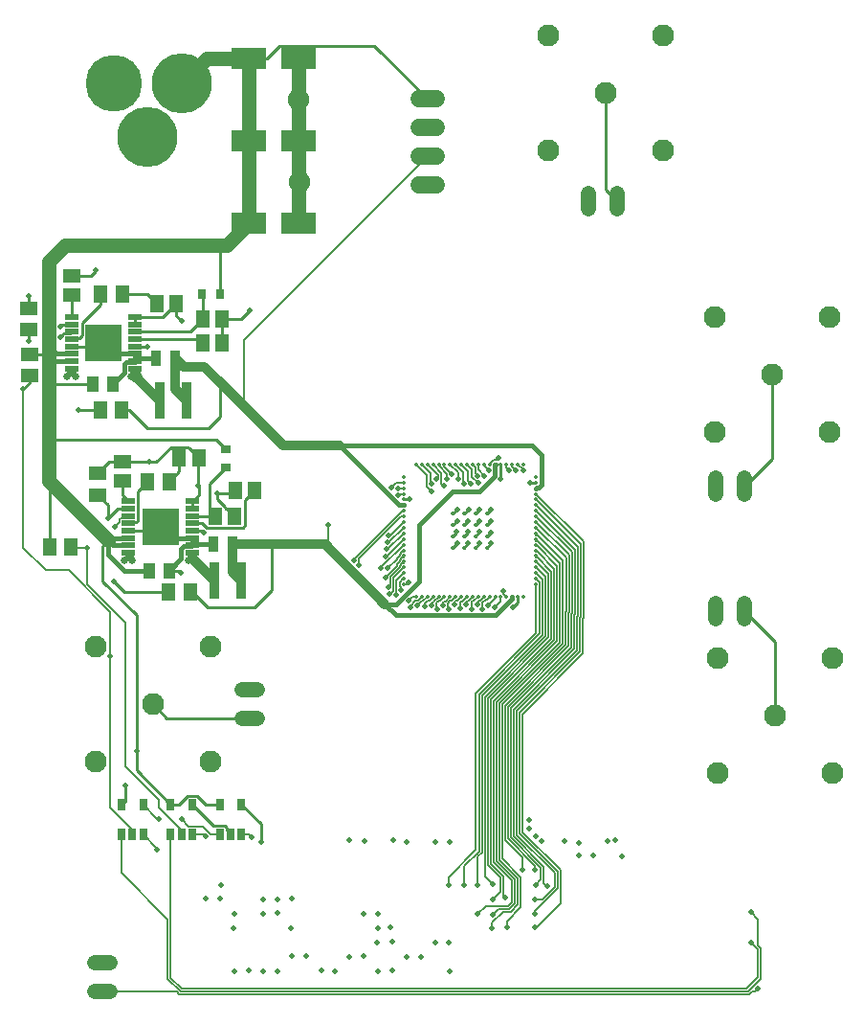
<source format=gbr>
G04 EAGLE Gerber RS-274X export*
G75*
%MOMM*%
%FSLAX34Y34*%
%LPD*%
%INTop Copper*%
%IPPOS*%
%AMOC8*
5,1,8,0,0,1.08239X$1,22.5*%
G01*
%ADD10C,1.943100*%
%ADD11R,1.300000X1.500000*%
%ADD12R,0.970000X1.470000*%
%ADD13R,1.500000X1.300000*%
%ADD14R,0.690000X0.990000*%
%ADD15R,0.800000X0.950000*%
%ADD16R,0.950000X0.800000*%
%ADD17R,1.271900X0.581800*%
%ADD18R,3.300000X3.300000*%
%ADD19C,1.371600*%
%ADD20C,1.524000*%
%ADD21R,0.961800X3.341800*%
%ADD22R,3.150000X1.850000*%
%ADD23C,0.340000*%
%ADD24R,1.037100X1.361800*%
%ADD25C,5.300000*%
%ADD26C,5.000000*%
%ADD27C,1.270000*%
%ADD28C,1.905000*%
%ADD29C,0.254000*%
%ADD30C,0.503200*%
%ADD31C,0.406400*%
%ADD32C,0.152400*%
%ADD33C,0.812800*%
%ADD34C,0.675000*%


D10*
X525000Y822200D03*
X575800Y873000D03*
X474200Y873000D03*
X474200Y771400D03*
X575800Y771400D03*
X672200Y572900D03*
X723000Y623700D03*
X621400Y623700D03*
X621400Y522100D03*
X723000Y522100D03*
X674900Y271200D03*
X725700Y322000D03*
X624100Y322000D03*
X624100Y220400D03*
X725700Y220400D03*
D11*
X128100Y635700D03*
X145100Y635700D03*
X148000Y499100D03*
X165000Y499100D03*
X169000Y622300D03*
X186000Y622300D03*
X179500Y447400D03*
X196500Y447400D03*
D12*
X144200Y587400D03*
X127600Y587400D03*
X194900Y423200D03*
X178300Y423200D03*
D13*
X53000Y643500D03*
X53000Y660500D03*
X97300Y478900D03*
X97300Y495900D03*
D11*
X169100Y601100D03*
X186100Y601100D03*
X214400Y470600D03*
X197400Y470600D03*
D14*
X96900Y166700D03*
X106400Y166700D03*
X115900Y166700D03*
X115900Y192600D03*
X96900Y192600D03*
X140400Y166900D03*
X149900Y166900D03*
X159400Y166900D03*
X159400Y192800D03*
X140400Y192800D03*
X183800Y166900D03*
X193300Y166900D03*
X202800Y166900D03*
X202800Y192800D03*
X183800Y192800D03*
D11*
X97600Y643900D03*
X78600Y643900D03*
X138900Y478300D03*
X119900Y478300D03*
D15*
X168300Y644200D03*
X184300Y644200D03*
D16*
X188800Y491200D03*
X188800Y507200D03*
D11*
X157500Y380500D03*
X138500Y380500D03*
D13*
X75800Y466600D03*
X75800Y485600D03*
X15300Y572100D03*
X15300Y591100D03*
D11*
X52100Y420300D03*
X33100Y420300D03*
D17*
X52583Y623650D03*
X52583Y617150D03*
X52583Y610650D03*
X52583Y604150D03*
X52583Y597650D03*
X52583Y591150D03*
X52583Y584650D03*
X52583Y578150D03*
X109017Y578150D03*
X109017Y584650D03*
X109017Y591150D03*
X109017Y597650D03*
X109017Y604150D03*
X109017Y610650D03*
X109017Y617150D03*
X109017Y623650D03*
D18*
X80800Y600900D03*
D17*
X102883Y460950D03*
X102883Y454450D03*
X102883Y447950D03*
X102883Y441450D03*
X102883Y434950D03*
X102883Y428450D03*
X102883Y421950D03*
X102883Y415450D03*
X159317Y415450D03*
X159317Y421950D03*
X159317Y428450D03*
X159317Y434950D03*
X159317Y441450D03*
X159317Y447950D03*
X159317Y454450D03*
X159317Y460950D03*
D18*
X131100Y438200D03*
D10*
X124400Y281500D03*
X175200Y332300D03*
X73600Y332300D03*
X73600Y230700D03*
X175200Y230700D03*
D19*
X203342Y294400D02*
X217058Y294400D01*
X217058Y269000D02*
X203342Y269000D01*
X622400Y357242D02*
X622400Y370958D01*
X647800Y370958D02*
X647800Y357242D01*
X622700Y467342D02*
X622700Y481058D01*
X648100Y481058D02*
X648100Y467342D01*
X510300Y719042D02*
X510300Y732758D01*
X535700Y732758D02*
X535700Y719042D01*
D20*
X375020Y740500D02*
X359780Y740500D01*
X359780Y765900D02*
X375020Y765900D01*
X375020Y791300D02*
X359780Y791300D01*
X359780Y816700D02*
X375020Y816700D01*
D21*
X130450Y550000D03*
X154150Y550000D03*
X179250Y390800D03*
X202950Y390800D03*
D22*
X209500Y852000D03*
X253500Y852000D03*
X209700Y779300D03*
X253700Y779300D03*
X209800Y706900D03*
X253800Y706900D03*
D23*
X357500Y493500D03*
X362500Y493500D03*
X367500Y493500D03*
X372500Y493500D03*
X377500Y493500D03*
X382500Y493500D03*
X387500Y493500D03*
X392500Y493500D03*
X397500Y493500D03*
X402500Y493500D03*
X407500Y493500D03*
X412500Y493500D03*
X417500Y493500D03*
X422500Y493500D03*
X427500Y493500D03*
X432500Y493500D03*
X437500Y493500D03*
X442500Y493500D03*
X447500Y493500D03*
X452500Y493500D03*
X357500Y376400D03*
X362500Y376400D03*
X367500Y376400D03*
X372500Y376400D03*
X377500Y376400D03*
X382500Y376400D03*
X387500Y376400D03*
X392500Y376400D03*
X397500Y376400D03*
X402500Y376400D03*
X407500Y376400D03*
X412500Y376400D03*
X417500Y376400D03*
X422500Y376400D03*
X427500Y376400D03*
X432500Y376400D03*
X437500Y376400D03*
X442500Y376400D03*
X447500Y376400D03*
X452500Y376400D03*
X346400Y387500D03*
X346400Y392500D03*
X346400Y397500D03*
X346400Y402500D03*
X346400Y407500D03*
X346400Y412500D03*
X346400Y417500D03*
X346400Y422500D03*
X346400Y427500D03*
X346400Y432500D03*
X346400Y437500D03*
X346400Y442500D03*
X346400Y447500D03*
X346400Y452500D03*
X346400Y457500D03*
X346400Y462500D03*
X346400Y467500D03*
X346400Y472500D03*
X346400Y477500D03*
X346400Y482500D03*
X463700Y387500D03*
X463700Y392500D03*
X463700Y397500D03*
X463700Y402500D03*
X463700Y407500D03*
X463700Y412500D03*
X463700Y417500D03*
X463700Y422500D03*
X463700Y427500D03*
X463700Y432500D03*
X463700Y437500D03*
X463700Y442500D03*
X463700Y447500D03*
X463700Y452500D03*
X463700Y457500D03*
X463700Y462500D03*
X463700Y467500D03*
X463700Y472500D03*
X463700Y477500D03*
X463700Y482500D03*
X410000Y440000D03*
X410000Y430000D03*
X400000Y430000D03*
X400000Y440000D03*
X400000Y450000D03*
X410000Y450000D03*
X420000Y450000D03*
X420000Y440000D03*
X420000Y430000D03*
X420000Y420000D03*
X410000Y420000D03*
X400000Y420000D03*
X390000Y420000D03*
X390000Y430000D03*
X390000Y440000D03*
X390000Y450000D03*
D13*
X15000Y612600D03*
X15000Y631600D03*
D11*
X97200Y542000D03*
X78200Y542000D03*
D24*
X71726Y564800D03*
X89474Y564800D03*
X121026Y399500D03*
X138774Y399500D03*
D19*
X86858Y27300D02*
X73142Y27300D01*
X73142Y52700D02*
X86858Y52700D01*
D25*
X150000Y830000D03*
D26*
X90000Y830000D03*
D25*
X120000Y783000D03*
D27*
X253500Y815500D02*
X253500Y852000D01*
X253500Y815500D02*
X253500Y779500D01*
X253700Y779300D01*
X253700Y707000D01*
X253800Y706900D01*
D28*
X253500Y815500D03*
X253900Y743200D03*
D29*
X127850Y434950D02*
X102883Y434950D01*
X127850Y434950D02*
X131100Y438200D01*
X75800Y485600D02*
X86100Y495900D01*
X97300Y495900D01*
X140553Y508886D02*
X155447Y508886D01*
X156786Y507547D01*
X121300Y495900D02*
X97300Y495900D01*
X121300Y495900D02*
X127567Y495900D01*
X140553Y508886D01*
X156786Y507547D02*
X156786Y507314D01*
X165000Y499100D01*
X165000Y466633D02*
X159317Y460950D01*
X159317Y454450D01*
D30*
X121300Y495900D03*
X164900Y474900D03*
D29*
X165000Y474800D02*
X165000Y466633D01*
X165000Y474800D02*
X164900Y474900D01*
X164900Y499000D01*
X165000Y499100D01*
D30*
X181200Y467700D03*
D29*
X188286Y455614D02*
X196500Y447400D01*
X188286Y455614D02*
X188286Y455847D01*
X181200Y462933D02*
X181200Y467700D01*
X181200Y462933D02*
X188286Y455847D01*
X194500Y467700D02*
X197400Y470600D01*
X194500Y467700D02*
X181200Y467700D01*
D31*
X178300Y423200D02*
X164567Y423200D01*
X159317Y428450D01*
X159317Y421950D01*
X149377Y410103D02*
X138774Y399500D01*
X151695Y421407D02*
X158774Y421407D01*
X159317Y421950D01*
X149377Y419089D02*
X149377Y410103D01*
X149377Y419089D02*
X151695Y421407D01*
X159317Y428450D02*
X140850Y428450D01*
X131100Y438200D01*
D29*
X138774Y399500D02*
X147300Y399500D01*
X149000Y397800D01*
X149100Y397800D01*
D30*
X149100Y397800D03*
D31*
X127600Y587400D02*
X111767Y587400D01*
X109017Y584650D01*
X109017Y591150D01*
X90550Y591150D01*
X80800Y600900D01*
X99610Y574936D02*
X89474Y564800D01*
X99610Y574936D02*
X99610Y582322D01*
X101395Y584107D01*
X108474Y584107D01*
X109017Y584650D01*
D29*
X77550Y597650D02*
X52583Y597650D01*
X77550Y597650D02*
X80800Y600900D01*
X69500Y660500D02*
X53000Y660500D01*
X69500Y660500D02*
X73700Y664700D01*
X73600Y664800D01*
D30*
X73600Y664800D03*
D29*
X186100Y622200D02*
X186100Y601100D01*
X186100Y622200D02*
X186000Y622300D01*
X202300Y622300D01*
X210000Y630000D01*
X209950Y630050D01*
D30*
X209950Y630050D03*
D29*
X109017Y623650D02*
X109017Y617150D01*
X136886Y627253D02*
X136886Y627486D01*
X145100Y635700D01*
X133283Y623650D02*
X109017Y623650D01*
X133283Y623650D02*
X136886Y627253D01*
X145100Y624900D02*
X145100Y635700D01*
X145100Y624900D02*
X150000Y620000D01*
X149950Y619950D01*
D30*
X149950Y619950D03*
D32*
X115900Y166700D02*
X128500Y154100D01*
X128500Y152800D01*
X128300Y152800D01*
D30*
X128300Y152800D03*
D32*
X159400Y166900D02*
X169400Y166900D01*
X171200Y165100D02*
X171300Y165100D01*
D30*
X171300Y165100D03*
D32*
X171200Y165100D02*
X169400Y166900D01*
X202800Y166900D02*
X209100Y166900D01*
X211900Y164100D01*
D30*
X211900Y164100D03*
D29*
X458100Y477500D02*
X463700Y477500D01*
D30*
X458100Y477500D03*
D29*
X432500Y480300D02*
X432500Y493500D01*
D30*
X432500Y480300D03*
D29*
X351600Y462500D02*
X346400Y462500D01*
D30*
X351600Y462500D03*
D29*
X447500Y376400D02*
X447500Y371600D01*
X443200Y367300D01*
D30*
X443200Y367300D03*
D29*
X390000Y450000D02*
X393700Y453700D01*
X393700Y453800D01*
D30*
X393700Y453800D03*
D29*
X400000Y450000D02*
X403800Y453800D01*
X403800Y453900D01*
D30*
X403800Y453900D03*
D29*
X410000Y450100D02*
X410000Y450000D01*
X410000Y450100D02*
X413800Y453900D01*
D30*
X413800Y453900D03*
D29*
X420000Y450000D02*
X423700Y453700D01*
X424000Y453700D01*
D30*
X424000Y453700D03*
D29*
X393600Y443600D02*
X390000Y440000D01*
X393600Y443600D02*
X393600Y443700D01*
D30*
X393600Y443700D03*
D29*
X400000Y440000D02*
X403600Y443600D01*
X403600Y443700D01*
D30*
X403600Y443700D03*
D29*
X410000Y440200D02*
X410000Y440000D01*
X410000Y440200D02*
X413600Y443800D01*
D30*
X413600Y443800D03*
D29*
X420000Y440000D02*
X423600Y443600D01*
X423600Y443700D01*
D30*
X423600Y443700D03*
D29*
X393500Y433500D02*
X390000Y430000D01*
X393500Y433500D02*
X393500Y433800D01*
D30*
X393500Y433800D03*
D29*
X400000Y430000D02*
X403600Y433600D01*
X403600Y433700D01*
D30*
X403600Y433700D03*
D29*
X410000Y430000D02*
X413700Y433700D01*
X413800Y433700D01*
D30*
X413800Y433700D03*
D29*
X420000Y430000D02*
X423600Y433600D01*
D30*
X423600Y433600D03*
D29*
X393700Y423700D02*
X390000Y420000D01*
D30*
X393700Y423700D03*
D29*
X400000Y420000D02*
X403700Y423700D01*
D30*
X403700Y423700D03*
D29*
X410000Y420000D02*
X413600Y423600D01*
D30*
X413600Y423600D03*
D29*
X420000Y420000D02*
X423600Y423600D01*
D30*
X423600Y423600D03*
D29*
X15000Y631600D02*
X15000Y642600D01*
D30*
X15000Y642600D03*
D27*
X189800Y686900D02*
X209800Y706900D01*
X189800Y686900D02*
X46900Y686900D01*
X32500Y672500D02*
X32500Y597500D01*
X32500Y587500D01*
X32500Y672500D02*
X46900Y686900D01*
D31*
X52583Y591150D02*
X38850Y591150D01*
X32500Y597500D01*
X35350Y584650D02*
X52583Y584650D01*
X35350Y584650D02*
X32500Y587500D01*
X32400Y587600D01*
D27*
X32400Y478600D02*
X84800Y426200D01*
X32400Y570000D02*
X32400Y587600D01*
X32400Y570000D02*
X32400Y515300D01*
X32400Y478600D01*
D31*
X89050Y421950D02*
X102883Y421950D01*
X89050Y421950D02*
X84800Y426200D01*
X87050Y428450D02*
X102883Y428450D01*
X87050Y428450D02*
X84800Y426200D01*
X99400Y399500D02*
X121026Y399500D01*
X84800Y414100D02*
X84800Y426200D01*
X84800Y414100D02*
X99400Y399500D01*
D27*
X150000Y830000D02*
X172000Y852000D01*
X209500Y852000D01*
X209500Y779500D01*
X209700Y779300D01*
X209800Y779200D01*
X209800Y706900D01*
D29*
X209500Y852000D02*
X225267Y852000D01*
X236803Y863536D01*
X320564Y863536D01*
X367400Y816700D01*
X33100Y477900D02*
X33100Y420300D01*
X33100Y477900D02*
X32400Y478600D01*
X180700Y515300D02*
X188800Y507200D01*
X180700Y515300D02*
X32400Y515300D01*
X37600Y564800D02*
X71726Y564800D01*
X37600Y564800D02*
X32400Y570000D01*
X28900Y591100D02*
X15300Y591100D01*
X28900Y591100D02*
X32500Y587500D01*
X184300Y644200D02*
X184300Y681400D01*
X189800Y686900D01*
X84800Y426200D02*
X80000Y421400D01*
X80000Y390000D01*
X110000Y360000D01*
X110000Y223200D02*
X140400Y192800D01*
X110000Y240000D02*
X110000Y360000D01*
X110000Y240000D02*
X110000Y223200D01*
X155003Y200036D02*
X163797Y200036D01*
X147767Y192800D02*
X140400Y192800D01*
X171033Y192800D02*
X183800Y192800D01*
X155003Y200036D02*
X147767Y192800D01*
X163797Y200036D02*
X171033Y192800D01*
D30*
X110000Y240000D03*
X100000Y210000D03*
D29*
X100000Y195700D01*
X96900Y192600D01*
D32*
X657300Y27300D02*
X660000Y30000D01*
X145516Y27300D02*
X80000Y27300D01*
X145516Y27300D02*
X147896Y24920D01*
X654484Y27300D02*
X657300Y27300D01*
X652104Y24920D02*
X147896Y24920D01*
X652104Y24920D02*
X654484Y27300D01*
D30*
X660000Y30000D03*
D32*
X437500Y376400D02*
X434693Y379207D01*
X434693Y381606D01*
D30*
X434693Y381606D03*
X387100Y45300D03*
D32*
X408800Y372700D02*
X412500Y376400D01*
X408800Y372700D02*
X407400Y372700D01*
X406613Y371913D01*
X406613Y365887D01*
D30*
X406613Y365887D03*
X336400Y46000D03*
D32*
X404100Y373000D02*
X407500Y376400D01*
X404100Y373000D02*
X404019Y373000D01*
X403941Y372922D01*
X403200Y372922D01*
X401863Y371585D01*
X401863Y369690D01*
D30*
X401863Y369690D03*
X323700Y45800D03*
D32*
X352200Y366818D02*
X352200Y368200D01*
X359000Y372900D02*
X362500Y376400D01*
X359000Y372900D02*
X356900Y372900D01*
X352200Y368200D01*
D30*
X352200Y366818D03*
X285500Y45600D03*
D32*
X354269Y376400D02*
X357500Y376400D01*
X354269Y376400D02*
X350734Y372866D01*
D30*
X350734Y372866D03*
X273500Y45900D03*
D32*
X331336Y412436D02*
X346400Y427500D01*
X331336Y412436D02*
X330264Y412436D01*
D30*
X330264Y412436D03*
X234600Y45600D03*
D32*
X332384Y418484D02*
X346400Y432500D01*
X332384Y418484D02*
X331312Y418484D01*
D30*
X331312Y418484D03*
X222150Y45850D03*
D32*
X421200Y375100D02*
X422500Y376400D01*
X421200Y375100D02*
X420978Y375100D01*
X420978Y374959D01*
X418941Y372922D01*
X417614Y372922D01*
X416290Y371598D01*
X416290Y365564D01*
D30*
X416290Y365564D03*
X361900Y57900D03*
D32*
X414000Y372900D02*
X417500Y376400D01*
X414000Y372900D02*
X413600Y372900D01*
X411613Y370913D01*
X411613Y369440D01*
D30*
X411613Y369440D03*
X348800Y58400D03*
D32*
X369100Y373000D02*
X372500Y376400D01*
X369100Y373000D02*
X369019Y373000D01*
X368941Y372922D01*
X367614Y372922D01*
X364848Y370156D02*
X364848Y368406D01*
D30*
X364848Y368406D03*
D32*
X364848Y370156D02*
X367614Y372922D01*
D30*
X310900Y58700D03*
D32*
X363800Y372700D02*
X367500Y376400D01*
X363800Y372700D02*
X362700Y372700D01*
X358800Y368800D01*
X358800Y368500D01*
D30*
X358800Y368500D03*
X298200Y58100D03*
X332372Y401728D03*
D32*
X346400Y415978D02*
X346400Y417500D01*
X346400Y415978D02*
X344959Y415978D01*
X342922Y413941D01*
X342922Y412533D01*
X340382Y409993D01*
X340382Y409739D01*
X332372Y401728D01*
D30*
X259900Y59200D03*
D32*
X326324Y402424D02*
X346400Y422500D01*
X326324Y402424D02*
X326324Y401753D01*
D30*
X326324Y401753D03*
X247400Y58600D03*
D32*
X333432Y424532D02*
X346400Y437500D01*
X333432Y424532D02*
X332360Y424532D01*
D30*
X332360Y424532D03*
X209000Y46600D03*
D32*
X334480Y430580D02*
X346400Y442500D01*
X334480Y430580D02*
X333408Y430580D01*
D30*
X333408Y430580D03*
X196550Y45250D03*
D32*
X498000Y418200D02*
X463700Y452500D01*
X498000Y361900D02*
X497780Y361680D01*
X497780Y360996D01*
X497720Y360936D01*
X497720Y360844D01*
X497658Y360782D01*
X497658Y330660D01*
X443800Y276802D01*
X443800Y164892D01*
D30*
X473600Y120400D03*
D32*
X498000Y361900D02*
X498000Y418200D01*
X443800Y164892D02*
X470540Y138152D01*
X470540Y123460D01*
X473600Y120400D01*
X495300Y415900D02*
X463700Y447500D01*
X495300Y365300D02*
X495240Y365240D01*
X495240Y362048D01*
X495180Y361988D01*
X495180Y361896D01*
X495118Y361834D01*
X495118Y331913D01*
X441260Y278055D02*
X441260Y163840D01*
X468000Y126700D02*
X463200Y121900D01*
X463000Y121900D01*
D30*
X463000Y121900D03*
D32*
X495300Y365300D02*
X495300Y415900D01*
X495118Y331913D02*
X441260Y278055D01*
X441260Y163840D02*
X468000Y137100D01*
X468000Y126700D01*
X463700Y410978D02*
X463700Y412500D01*
X463700Y410978D02*
X465141Y410978D01*
X477338Y398781D01*
D30*
X435900Y110600D03*
D32*
X434600Y129300D02*
X423480Y140420D01*
X423480Y285619D02*
X477338Y339477D01*
X477338Y398781D01*
X434600Y111900D02*
X435900Y110600D01*
X434600Y111900D02*
X434600Y129300D01*
X423480Y140420D02*
X423480Y285619D01*
X425200Y109200D02*
X425300Y109200D01*
D30*
X425200Y109200D03*
D32*
X425300Y109200D02*
X431800Y115700D01*
X431800Y128200D01*
X420940Y139060D01*
X420940Y286672D01*
X474798Y340530D01*
X474798Y396402D02*
X463700Y407500D01*
X474798Y396402D02*
X474798Y340530D01*
X399700Y138308D02*
X399700Y121700D01*
X399700Y138308D02*
X413040Y151648D01*
X463700Y392419D02*
X463700Y392500D01*
X463700Y392419D02*
X467178Y388941D01*
X467178Y343959D01*
X413040Y289821D01*
X413040Y151648D01*
D30*
X399700Y121700D03*
D32*
X463700Y344200D02*
X463700Y387500D01*
X463700Y344200D02*
X410300Y290800D01*
X410300Y152700D01*
D30*
X386400Y121800D03*
D32*
X386400Y128800D02*
X410300Y152700D01*
X386400Y128800D02*
X386400Y121800D01*
X348799Y387500D02*
X346400Y387500D01*
X348799Y387500D02*
X350650Y389350D01*
D30*
X350650Y389350D03*
X247600Y109400D03*
D32*
X344399Y390499D02*
X346400Y392500D01*
D30*
X344399Y382268D03*
D32*
X344399Y390418D02*
X344399Y390499D01*
X344399Y390418D02*
X342922Y388941D01*
X342922Y386059D01*
X344399Y384582D01*
X344399Y382268D01*
D30*
X235050Y109250D03*
D32*
X346082Y472182D02*
X346400Y472500D01*
X346082Y472182D02*
X341400Y472182D01*
D30*
X341400Y472182D03*
X185000Y121800D03*
D32*
X390900Y374800D02*
X392500Y376400D01*
X390900Y374800D02*
X390819Y374800D01*
X388941Y372922D01*
X387614Y372922D01*
X385543Y370851D01*
X385543Y366229D02*
X386209Y365564D01*
D30*
X386209Y365564D03*
D32*
X385543Y366229D02*
X385543Y370851D01*
D30*
X334600Y84300D03*
D32*
X383500Y372400D02*
X387500Y376400D01*
X383500Y372400D02*
X382400Y372400D01*
X381249Y371249D01*
X381249Y369158D01*
D30*
X381249Y369158D03*
X323600Y83800D03*
D32*
X492700Y413500D02*
X463700Y442500D01*
X492700Y363100D02*
X492640Y363040D01*
X492640Y362948D01*
X492578Y362886D01*
X492578Y332965D01*
X438720Y279107D01*
X462800Y138700D02*
X462800Y134900D01*
D30*
X462800Y134900D03*
D32*
X492700Y363100D02*
X492700Y413500D01*
X438720Y279107D02*
X438720Y162780D01*
X462800Y138700D01*
X490100Y411100D02*
X463700Y437500D01*
X490100Y364000D02*
X490038Y363938D01*
X490038Y334017D01*
X436180Y280159D01*
D30*
X451200Y135100D03*
D32*
X490100Y364000D02*
X490100Y411100D01*
X436180Y280159D02*
X436180Y161589D01*
X451200Y146569D02*
X451200Y135100D01*
X451200Y146569D02*
X436180Y161589D01*
X463700Y402419D02*
X463700Y402500D01*
X463700Y402419D02*
X472258Y393861D01*
X472258Y341682D01*
X418400Y129100D02*
X425300Y122200D01*
X418400Y129100D02*
X418400Y287824D01*
X472258Y341682D01*
D30*
X425300Y122200D03*
D32*
X412142Y146958D02*
X415780Y150596D01*
X463700Y397419D02*
X463700Y397500D01*
X463700Y397419D02*
X469718Y391401D01*
X469718Y342907D02*
X415780Y288969D01*
X415780Y150596D01*
X469718Y342907D02*
X469718Y391401D01*
X412142Y146958D02*
X412150Y146950D01*
X412150Y121650D01*
D30*
X412150Y121650D03*
D32*
X503300Y422900D02*
X463700Y462500D01*
X503300Y361000D02*
X503240Y360940D01*
X503240Y359248D01*
X502800Y358808D01*
X502800Y358739D01*
X502738Y358677D01*
X502738Y327956D01*
X448880Y274098D01*
X448880Y166996D02*
X482540Y133336D01*
X482540Y118948D01*
X462700Y99108D02*
X462700Y96300D01*
X462600Y96300D01*
D30*
X462600Y96300D03*
D32*
X503300Y361000D02*
X503300Y422900D01*
X448880Y274098D02*
X448880Y166996D01*
X482540Y118948D02*
X462700Y99108D01*
X500700Y420500D02*
X463700Y457500D01*
X500700Y360300D02*
X500260Y359860D01*
X500260Y359792D01*
X500198Y359730D01*
X500198Y329308D01*
X446340Y275450D01*
X446340Y165944D02*
X480000Y132284D01*
X480000Y120000D01*
X469200Y109200D01*
X463000Y109200D01*
X462900Y109300D01*
D30*
X462900Y109300D03*
D32*
X500700Y360300D02*
X500700Y420500D01*
X446340Y275450D02*
X446340Y165944D01*
X463700Y420978D02*
X463700Y422500D01*
X463700Y420978D02*
X465141Y420978D01*
X440100Y100700D02*
X430200Y100700D01*
X425300Y95800D01*
D30*
X425300Y95800D03*
D32*
X440100Y100700D02*
X444900Y105500D01*
X444900Y126592D02*
X428560Y142932D01*
X428560Y283415D01*
X482418Y337273D01*
X482418Y403701D02*
X465141Y420978D01*
X482418Y403701D02*
X482418Y337273D01*
X444900Y126592D02*
X444900Y105500D01*
X463700Y415978D02*
X463700Y417500D01*
X463700Y415978D02*
X465141Y415978D01*
X479878Y401241D01*
X438773Y103300D02*
X419200Y103300D01*
X412100Y96200D01*
D30*
X412100Y96200D03*
D32*
X438773Y103300D02*
X442294Y106821D01*
X442294Y125606D01*
X426020Y141880D01*
X426020Y284567D02*
X479878Y338425D01*
X479878Y401241D01*
X426020Y284567D02*
X426020Y141880D01*
X506000Y425200D02*
X463700Y467500D01*
X506000Y360100D02*
X505780Y359880D01*
X505780Y358196D01*
X505340Y357756D01*
X505340Y357687D01*
X505278Y357625D01*
X505278Y326504D01*
X451420Y272646D01*
X485200Y105800D02*
X463200Y83800D01*
X462900Y84100D01*
D30*
X462900Y84100D03*
D32*
X506000Y360100D02*
X506000Y425200D01*
X451420Y272646D02*
X451420Y168580D01*
X485200Y134800D01*
X485200Y105800D01*
X463700Y430978D02*
X463700Y432500D01*
X463700Y430978D02*
X465141Y430978D01*
X487498Y408621D01*
X437650Y89750D02*
X437650Y84150D01*
X437650Y89750D02*
X450104Y102204D01*
D30*
X437650Y84150D03*
D32*
X450104Y128196D02*
X449980Y128320D01*
X449980Y128696D01*
X433640Y145036D01*
X433640Y281311D02*
X487498Y335169D01*
X487498Y408621D01*
X450104Y128196D02*
X450104Y102204D01*
X433640Y145036D02*
X433640Y281311D01*
X463700Y425978D02*
X463700Y427500D01*
X463700Y425978D02*
X465141Y425978D01*
X484958Y406161D01*
X424700Y88500D02*
X424700Y83300D01*
X424700Y88500D02*
X434360Y98160D01*
D30*
X424700Y83300D03*
D32*
X434360Y98160D02*
X441152Y98160D01*
X447440Y104448D01*
X447440Y127644D02*
X431100Y143984D01*
X431100Y282363D02*
X484958Y336221D01*
X484958Y406161D01*
X447440Y127644D02*
X447440Y104448D01*
X431100Y143984D02*
X431100Y282363D01*
X442500Y491820D02*
X442500Y493500D01*
X442500Y491820D02*
X446052Y488268D01*
D30*
X446052Y488268D03*
X533900Y161100D03*
D32*
X437500Y490400D02*
X437500Y493500D01*
X437500Y490400D02*
X439800Y488100D01*
D30*
X439800Y488100D03*
X526600Y161000D03*
D32*
X412500Y488899D02*
X412500Y493500D01*
X412500Y488899D02*
X417999Y483399D01*
D30*
X417999Y483399D03*
X501400Y158800D03*
D32*
X409960Y491040D02*
X407500Y493500D01*
X409960Y485366D02*
X411951Y483375D01*
D30*
X411951Y483375D03*
X488900Y160500D03*
D32*
X409960Y485366D02*
X409960Y491040D01*
X406900Y489100D02*
X402500Y493500D01*
X406900Y482353D02*
X412327Y476927D01*
D30*
X412327Y476927D03*
X468400Y160900D03*
D32*
X406900Y482353D02*
X406900Y489100D01*
X403700Y487300D02*
X397500Y493500D01*
X403700Y479200D02*
X406200Y476700D01*
D30*
X406200Y476700D03*
X463100Y165100D03*
D32*
X403700Y479200D02*
X403700Y487300D01*
X399100Y486900D02*
X392500Y493500D01*
X399100Y477727D02*
X400152Y476675D01*
D30*
X400152Y476675D03*
X457800Y171700D03*
D32*
X399100Y477727D02*
X399100Y486900D01*
X394806Y486194D02*
X387500Y493500D01*
X394806Y486194D02*
X394806Y480500D01*
D30*
X394806Y480500D03*
X457500Y179200D03*
D32*
X382500Y491700D02*
X382500Y493500D01*
X382500Y491700D02*
X389300Y484900D01*
D30*
X389300Y484900D03*
X387550Y159750D03*
D32*
X377500Y492300D02*
X377500Y493500D01*
X384912Y484888D02*
X384912Y480735D01*
D30*
X384912Y480735D03*
D32*
X384912Y484888D02*
X377500Y492300D01*
D30*
X374500Y159800D03*
D32*
X452100Y488900D02*
X447500Y493500D01*
X452100Y488900D02*
X452100Y488268D01*
D30*
X452100Y488268D03*
X539400Y147200D03*
D32*
X422500Y493500D02*
X423438Y494438D01*
X423438Y494826D01*
X425922Y497310D01*
X429900Y498900D02*
X430200Y498900D01*
D30*
X430200Y498900D03*
X513800Y147600D03*
D32*
X428310Y497310D02*
X425922Y497310D01*
X428310Y497310D02*
X429900Y498900D01*
X417500Y493500D02*
X417500Y492452D01*
X421684Y488268D01*
D30*
X421684Y488268D03*
X501250Y147550D03*
D32*
X380000Y486000D02*
X372500Y493500D01*
X380000Y476794D02*
X382297Y474497D01*
D30*
X382297Y474497D03*
D32*
X380000Y476794D02*
X380000Y486000D01*
D30*
X349000Y160100D03*
D32*
X376900Y484100D02*
X367500Y493500D01*
X376900Y482094D02*
X375706Y480900D01*
D30*
X375706Y480900D03*
D32*
X376900Y482094D02*
X376900Y484100D01*
D30*
X337450Y161450D03*
D32*
X370000Y486000D02*
X362500Y493500D01*
X370000Y477412D02*
X371412Y476000D01*
D30*
X371412Y476000D03*
D32*
X370000Y477412D02*
X370000Y486000D01*
D30*
X311750Y160650D03*
D32*
X366800Y484200D02*
X357500Y493500D01*
X366800Y473935D02*
X370783Y469952D01*
D30*
X370783Y469952D03*
D32*
X366800Y473935D02*
X366800Y484200D01*
D30*
X298400Y161500D03*
D29*
X220000Y175600D02*
X202800Y192800D01*
X220000Y175600D02*
X220000Y160000D01*
D30*
X220000Y160000D03*
X332806Y384748D03*
D32*
X346400Y405978D02*
X346400Y407500D01*
X346400Y405978D02*
X344959Y405978D01*
X342922Y403941D01*
X342922Y402614D01*
X334560Y394252D01*
X334560Y386502D02*
X332806Y384748D01*
X334560Y386502D02*
X334560Y394252D01*
D30*
X221800Y109200D03*
X330266Y393300D03*
D32*
X346400Y410978D02*
X346400Y412500D01*
X346400Y410978D02*
X344959Y410978D01*
X342922Y408941D01*
X342922Y407533D01*
X340382Y404993D01*
X340382Y403666D01*
X332020Y395304D01*
X332020Y395054D01*
X330266Y393300D01*
D30*
X221900Y96500D03*
D32*
X343100Y467500D02*
X346400Y467500D01*
X343100Y467500D02*
X341734Y466134D01*
D30*
X341734Y466134D03*
X184000Y109500D03*
D32*
X339652Y477500D02*
X346400Y477500D01*
X339652Y477500D02*
X335352Y473200D01*
D30*
X335352Y473200D03*
X171000Y109500D03*
D32*
X379700Y373600D02*
X382500Y376400D01*
X379700Y373600D02*
X379619Y373600D01*
X378941Y372922D01*
X377614Y372922D01*
X375700Y371008D01*
X375700Y366154D02*
X376290Y365564D01*
D30*
X376290Y365564D03*
D32*
X375700Y366154D02*
X375700Y371008D01*
D30*
X323600Y96300D03*
D32*
X373100Y372000D02*
X377500Y376400D01*
X373100Y372000D02*
X372500Y372000D01*
X370896Y370396D01*
X370896Y368723D01*
D30*
X370896Y368723D03*
X310700Y96600D03*
D32*
X339800Y390900D02*
X346400Y397500D01*
X339800Y378314D02*
X340075Y378039D01*
D30*
X340075Y378039D03*
X246900Y83400D03*
D32*
X339800Y378314D02*
X339800Y390900D01*
X337100Y393200D02*
X346400Y402500D01*
X337100Y393200D02*
X337100Y381700D01*
X334100Y378700D01*
X334027Y378700D01*
D30*
X334027Y378700D03*
X234400Y96700D03*
D32*
X307000Y404200D02*
X307000Y410245D01*
D30*
X307000Y404200D03*
D32*
X344255Y447500D02*
X346400Y447500D01*
X344255Y447500D02*
X307000Y410245D01*
D30*
X196700Y96200D03*
D32*
X302706Y408459D02*
X302706Y409544D01*
D30*
X302706Y408459D03*
D32*
X345663Y452500D02*
X346400Y452500D01*
X345663Y452500D02*
X302706Y409544D01*
D30*
X195900Y83400D03*
D32*
X432500Y372554D02*
X432500Y376400D01*
X432500Y372554D02*
X427297Y367351D01*
D30*
X427297Y367351D03*
X386500Y70800D03*
D32*
X427500Y375409D02*
X427500Y376400D01*
X427500Y375409D02*
X421249Y369158D01*
D30*
X421249Y369158D03*
X374800Y70800D03*
D32*
X398600Y372500D02*
X402500Y376400D01*
X398600Y372500D02*
X397400Y372500D01*
X396822Y371922D01*
X396822Y366178D01*
D30*
X396822Y366178D03*
X336100Y71400D03*
D32*
X393800Y372700D02*
X397500Y376400D01*
X393800Y372700D02*
X392700Y372700D01*
X391546Y371546D01*
X391546Y369454D01*
D30*
X391546Y369454D03*
X323100Y71100D03*
D32*
X140400Y39600D02*
X140400Y166900D01*
X140400Y39600D02*
X150000Y30000D01*
X650000Y30000D01*
X660000Y40000D01*
X660000Y65100D01*
X654100Y71000D01*
D30*
X654100Y71000D03*
D32*
X96900Y132500D02*
X96900Y166700D01*
X137860Y38548D02*
X148948Y27460D01*
X651052Y27460D01*
X662540Y38948D01*
X662540Y66152D01*
X660000Y68692D01*
X660000Y91200D02*
X653600Y97600D01*
X653650Y97650D01*
D30*
X653650Y97650D03*
D32*
X137860Y91540D02*
X96900Y132500D01*
X137860Y91540D02*
X137860Y38548D01*
X660000Y68692D02*
X660000Y91200D01*
D33*
X151600Y580000D02*
X144200Y587400D01*
X240000Y510000D02*
X290000Y510000D01*
D31*
X460000Y510000D01*
D33*
X170000Y580000D02*
X151600Y580000D01*
X170000Y580000D02*
X182300Y567700D01*
X205000Y545000D01*
X240000Y510000D01*
D32*
X205000Y603500D02*
X367400Y765900D01*
X205000Y603500D02*
X205000Y545000D01*
X290000Y510000D02*
X293900Y510000D01*
D29*
X103200Y542000D02*
X97200Y542000D01*
X103200Y542000D02*
X119700Y525500D01*
X174100Y525500D01*
X184200Y535600D01*
X184200Y565800D01*
X182300Y567700D01*
D33*
X154150Y550000D02*
X144200Y559950D01*
X144200Y587400D01*
D31*
X342500Y457500D02*
X346400Y457500D01*
X342500Y457500D02*
X290000Y510000D01*
X465667Y472752D02*
X468448Y475533D01*
X465667Y472752D02*
X463952Y472752D01*
X463700Y472500D01*
X468448Y501552D02*
X460000Y510000D01*
X468448Y501552D02*
X468448Y475533D01*
D32*
X50000Y400000D02*
X30000Y400000D01*
X50000Y400000D02*
X86800Y363200D01*
X86800Y323600D01*
X86800Y190100D01*
X106400Y170500D02*
X106400Y166700D01*
X106400Y170500D02*
X86800Y190100D01*
D29*
X159317Y434950D02*
X166850Y434950D01*
X168800Y433000D02*
X169600Y433000D01*
D30*
X169600Y433000D03*
X86800Y323600D03*
D29*
X168800Y433000D02*
X166850Y434950D01*
X51278Y609345D02*
X52583Y610650D01*
X51278Y609345D02*
X45277Y609345D01*
X43938Y608006D01*
X43938Y606838D01*
X42900Y605800D01*
X42600Y605800D01*
D30*
X42600Y605800D03*
X10000Y560000D03*
D29*
X15300Y565300D01*
X15300Y572100D01*
D32*
X10000Y560000D02*
X10000Y420000D01*
X30000Y400000D01*
D29*
X52583Y604150D02*
X53888Y605455D01*
X59889Y605455D01*
X78600Y634933D02*
X78600Y643900D01*
X78600Y634933D02*
X62014Y618347D01*
X62014Y607580D02*
X59889Y605455D01*
X62014Y607580D02*
X62014Y618347D01*
X97600Y643900D02*
X119900Y643900D01*
X128100Y635700D01*
X109017Y604150D02*
X109022Y604145D01*
X166055Y604145D02*
X169100Y601100D01*
X166055Y604145D02*
X109022Y604145D01*
X52583Y623650D02*
X52583Y643083D01*
X53000Y643500D01*
D31*
X52583Y578150D02*
X50483Y576050D01*
X50483Y573183D01*
X48800Y571500D01*
D34*
X48800Y571500D03*
X112300Y571600D03*
D31*
X110800Y573100D02*
X110800Y578150D01*
X110800Y573100D02*
X112300Y571600D01*
X110800Y578150D02*
X109017Y578150D01*
D34*
X105100Y571300D03*
D31*
X106800Y578150D02*
X109017Y578150D01*
X106800Y573000D02*
X105100Y571300D01*
X106800Y573000D02*
X106800Y578150D01*
D34*
X56200Y571400D03*
D31*
X54483Y573117D01*
X54483Y576250D02*
X52583Y578150D01*
X54483Y576250D02*
X54483Y573117D01*
D33*
X109017Y571433D02*
X130450Y550000D01*
X109017Y571433D02*
X109017Y576661D01*
D29*
X169000Y643500D02*
X168300Y644200D01*
X169000Y643500D02*
X169000Y622300D01*
X157350Y610650D01*
X109017Y610650D01*
D33*
X194900Y398850D02*
X202950Y390800D01*
X194900Y398850D02*
X194900Y423200D01*
X230000Y423200D01*
X276800Y423200D01*
D31*
X340000Y360000D02*
X427815Y360000D01*
D33*
X330000Y370000D02*
X276800Y423200D01*
D31*
X330000Y370000D02*
X340000Y360000D01*
D29*
X159500Y380500D02*
X157500Y380500D01*
X172700Y367300D02*
X214500Y367300D01*
X230000Y382800D01*
X230000Y423200D01*
X172700Y367300D02*
X159500Y380500D01*
D31*
X427248Y493248D02*
X427500Y493500D01*
X427248Y493248D02*
X427248Y483433D01*
X413815Y470000D01*
X360000Y440000D02*
X360000Y390000D01*
X340000Y370000D01*
X330000Y370000D01*
X390000Y470000D02*
X413815Y470000D01*
X390000Y470000D02*
X360000Y440000D01*
X442248Y376148D02*
X442500Y376400D01*
X442248Y376148D02*
X442248Y374433D01*
X427815Y360000D01*
D30*
X280000Y440000D03*
D32*
X280000Y426400D01*
X276800Y423200D01*
D29*
X111529Y444094D02*
X110189Y442755D01*
X104188Y442755D02*
X102883Y441450D01*
X104188Y442755D02*
X110189Y442755D01*
X111529Y469929D02*
X119900Y478300D01*
X111529Y469929D02*
X111529Y444094D01*
X138900Y478300D02*
X148000Y487400D01*
X148000Y499100D01*
X206186Y462386D02*
X214400Y470600D01*
X168217Y441450D02*
X159317Y441450D01*
X168217Y441450D02*
X172053Y437614D01*
X203947Y437614D01*
X206186Y439853D01*
X206186Y462386D01*
X102883Y460950D02*
X97300Y466533D01*
X97300Y478900D01*
D34*
X106500Y409000D03*
X155800Y408900D03*
X162900Y408900D03*
D31*
X106500Y409000D02*
X106433Y409000D01*
X104883Y410550D01*
X104883Y413450D01*
X102883Y415450D01*
X155800Y408933D02*
X157317Y410450D01*
X155800Y408933D02*
X155800Y408900D01*
X157317Y410450D02*
X157317Y413450D01*
X159317Y415450D01*
X161317Y410483D02*
X162900Y408900D01*
X161317Y413450D02*
X159317Y415450D01*
X161317Y413450D02*
X161317Y410483D01*
X102883Y412883D02*
X102883Y415450D01*
X102883Y412883D02*
X98992Y408992D01*
D34*
X98992Y408992D03*
D33*
X159317Y410733D02*
X179250Y390800D01*
X159317Y410733D02*
X159317Y413961D01*
D29*
X159317Y447950D02*
X178950Y447950D01*
X179500Y447400D01*
X174300Y452600D02*
X174300Y476700D01*
X174300Y452600D02*
X179500Y447400D01*
X174300Y476700D02*
X188800Y491200D01*
D30*
X90600Y438500D03*
D32*
X101070Y446137D02*
X102883Y447950D01*
X101070Y446137D02*
X95787Y446137D01*
X94746Y445096D01*
X94746Y442646D01*
X90600Y438500D01*
D30*
X66000Y419600D03*
D32*
X66006Y419594D01*
X66006Y387921D01*
X99900Y354027D02*
X99900Y226900D01*
X129900Y196900D02*
X129900Y190000D01*
X149900Y170000D02*
X149900Y166900D01*
X149900Y170000D02*
X129900Y190000D01*
X129900Y196900D02*
X99900Y226900D01*
X99900Y354027D02*
X66006Y387921D01*
X66000Y419600D02*
X52800Y419600D01*
X52100Y420300D01*
X175573Y166900D02*
X183800Y166900D01*
X156372Y173628D02*
X150000Y180000D01*
X168845Y173628D02*
X175573Y166900D01*
X168845Y173628D02*
X156372Y173628D01*
D30*
X150000Y180000D03*
X130000Y180000D03*
D32*
X128500Y180000D01*
X115900Y192600D01*
D29*
X188197Y174136D02*
X189536Y172797D01*
X178064Y174136D02*
X159400Y192800D01*
X189536Y172797D02*
X189536Y170664D01*
X193300Y166900D01*
X188197Y174136D02*
X178064Y174136D01*
X210200Y269000D02*
X136900Y269000D01*
X124400Y281500D01*
X647800Y364100D02*
X674900Y337000D01*
X674900Y271200D01*
X648100Y474200D02*
X672200Y498300D01*
X672200Y572900D01*
X535700Y725900D02*
X525000Y736600D01*
X525000Y822200D01*
X138500Y380500D02*
X99500Y380500D01*
X90000Y390000D01*
D30*
X90000Y390000D03*
X84900Y446000D03*
D29*
X93350Y454450D01*
X102883Y454450D01*
X84900Y457500D02*
X75800Y466600D01*
X84900Y457500D02*
X84900Y446000D01*
X109017Y597650D02*
X119650Y597650D01*
X119700Y597700D01*
D30*
X119700Y597700D03*
D29*
X52583Y617150D02*
X44350Y617150D01*
X42700Y615500D01*
D30*
X42700Y615500D03*
X15100Y602500D03*
D29*
X15100Y612500D01*
X15000Y612600D01*
X78200Y542000D02*
X77500Y541300D01*
X59200Y541300D01*
X59100Y541200D01*
D30*
X59100Y541200D03*
M02*

</source>
